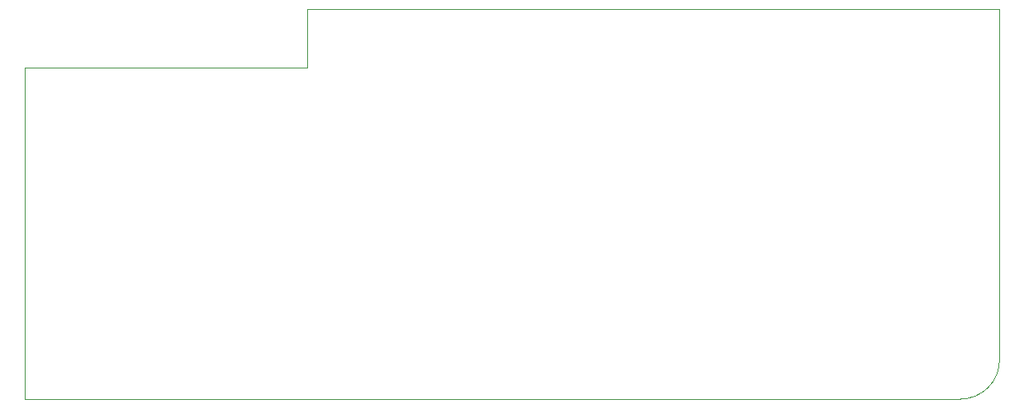
<source format=gbr>
%TF.GenerationSoftware,KiCad,Pcbnew,8.0.6-8.0.6-0~ubuntu22.04.1*%
%TF.CreationDate,2024-10-27T10:41:49+01:00*%
%TF.ProjectId,hackbat,6861636b-6261-4742-9e6b-696361645f70,rev?*%
%TF.SameCoordinates,Original*%
%TF.FileFunction,Profile,NP*%
%FSLAX46Y46*%
G04 Gerber Fmt 4.6, Leading zero omitted, Abs format (unit mm)*
G04 Created by KiCad (PCBNEW 8.0.6-8.0.6-0~ubuntu22.04.1) date 2024-10-27 10:41:49*
%MOMM*%
%LPD*%
G01*
G04 APERTURE LIST*
%TA.AperFunction,Profile*%
%ADD10C,0.050000*%
%TD*%
G04 APERTURE END LIST*
D10*
X239950000Y-73000000D02*
X169000000Y-73000000D01*
X140000000Y-113000000D02*
X235950000Y-113000000D01*
X169000000Y-73000000D02*
X169000000Y-79000000D01*
X239950000Y-109000000D02*
G75*
G02*
X235950000Y-113000000I-4000000J0D01*
G01*
X239950000Y-109000000D02*
X239950000Y-73000000D01*
X140000000Y-79000000D02*
X140000000Y-113000000D01*
X169000000Y-79000000D02*
X140000000Y-79000000D01*
M02*

</source>
